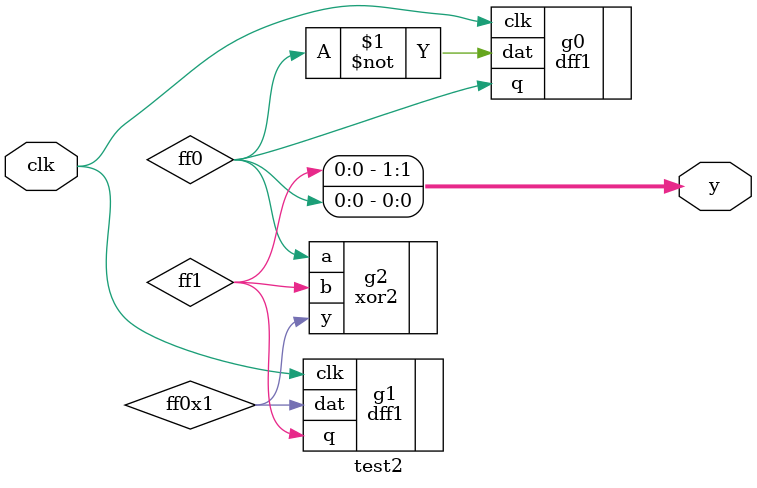
<source format=v>
module test2(
    input wire clk,
    output wire [1:0] y
);

    wire ff0;
    wire ff1;
    wire ff0x1;

    dff1 g0(
        .clk(clk),
        .dat(~ff0),
        .q(ff0)
    );

    dff1 g1(
        .clk(clk),
        .dat(ff0x1),
        .q(ff1)
    );

    xor2 g2(
        .a(ff0),
        .b(ff1),
        .y(ff0x1)
    );

    assign y = {ff1, ff0};

endmodule

</source>
